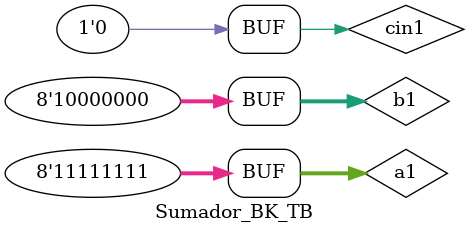
<source format=v>


module Sumador_BK_TB ( );
	reg [7:0] a1;
	reg [7:0] b1;
	reg cin1;
	wire [7:0] sum1;
	wire c1;

	Sumador_BK uut(a1, b1, cin1, sum1, c1);

	initial begin
		a1 = 8'b11011010;
		b1 = 8'b01010101;
		cin1 = 1'b0;
	#10
		a1 = 8'b01111010;
		b1 = 8'b01010101;
		cin1 = 1'b0;
	#10
		a1 = 8'b11111111;
		b1 = 8'b10000000;
		cin1 = 1'b0;
	#10;
	end
endmodule

/*
module Sumador_BK_TB ( );
	reg [3:0] a1;
	reg [3:0] b1;
	reg cin1;
	wire [3:0] sum1;
	wire c1;

	Sumador_BK uut(a1, b1, cin1, sum1, c1);

	initial begin
		a1 = 4'b1101;
		b1 = 4'b0101;
		cin1 = 1'b0;
	#10
		a1 = 4'b0111;
		b1 = 4'b0101;
		cin1 = 1'b0;
	#10
		a1 = 4'b1111;
		b1 = 4'b0100;
		cin1 = 1'b0;
	#10;
	end
endmodule
*/

</source>
